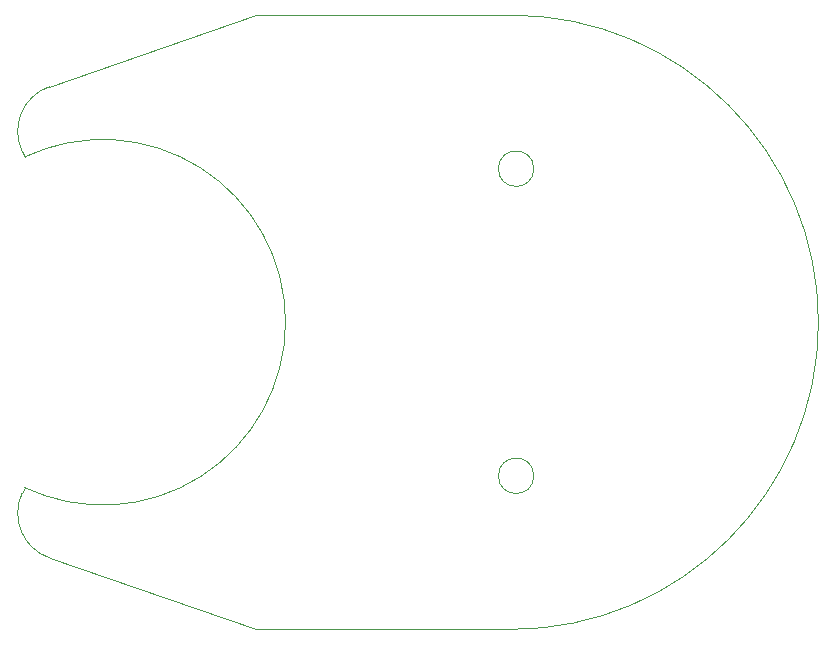
<source format=gbr>
G04 #@! TF.GenerationSoftware,KiCad,Pcbnew,9.0.2*
G04 #@! TF.CreationDate,2025-09-19T14:37:04-04:00*
G04 #@! TF.ProjectId,Trackball,54726163-6b62-4616-9c6c-2e6b69636164,rev?*
G04 #@! TF.SameCoordinates,Original*
G04 #@! TF.FileFunction,Profile,NP*
%FSLAX46Y46*%
G04 Gerber Fmt 4.6, Leading zero omitted, Abs format (unit mm)*
G04 Created by KiCad (PCBNEW 9.0.2) date 2025-09-19 14:37:04*
%MOMM*%
%LPD*%
G01*
G04 APERTURE LIST*
G04 #@! TA.AperFunction,Profile*
%ADD10C,0.050000*%
G04 #@! TD*
G04 APERTURE END LIST*
D10*
X72000000Y-75600000D02*
G75*
G02*
X72000000Y-127600000I0J-26000000D01*
G01*
X50400001Y-75600001D02*
X71999999Y-75600000D01*
X50403029Y-127589904D02*
X72000000Y-127600000D01*
X73900000Y-114600000D02*
G75*
G02*
X70900000Y-114600000I-1500000J0D01*
G01*
X70900000Y-114600000D02*
G75*
G02*
X73900000Y-114600000I1500000J0D01*
G01*
X30800000Y-87600000D02*
G75*
G02*
X30800000Y-115600000I6600000J-14000000D01*
G01*
X50400001Y-75600001D02*
X32895105Y-81650079D01*
X50403029Y-127589904D02*
X32897708Y-121548666D01*
X30800003Y-115600000D02*
X30577889Y-116075957D01*
X32897708Y-121548666D02*
G75*
G02*
X30577876Y-116075951I1304892J3781166D01*
G01*
X30577019Y-87122185D02*
G75*
G02*
X32895105Y-81650080I3624721J1691545D01*
G01*
X30800000Y-87600002D02*
X30577019Y-87122185D01*
X73900000Y-88600000D02*
G75*
G02*
X70900000Y-88600000I-1500000J0D01*
G01*
X70900000Y-88600000D02*
G75*
G02*
X73900000Y-88600000I1500000J0D01*
G01*
M02*

</source>
